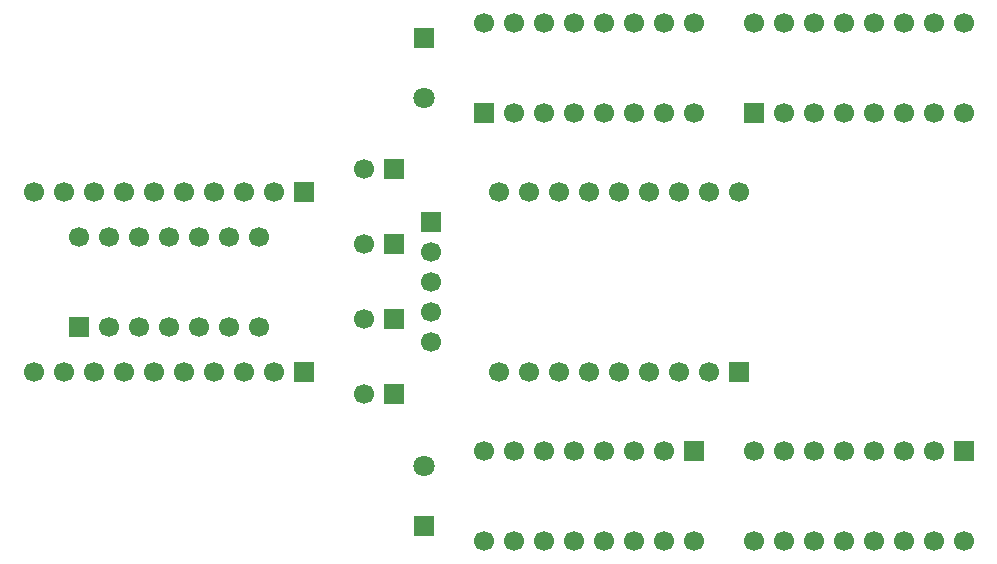
<source format=gbr>
G04 DipTrace 3.3.1.3*
G04 BottomMask.gbr*
%MOIN*%
G04 #@! TF.FileFunction,Soldermask,Bot*
G04 #@! TF.Part,Single*
%ADD30C,0.066935*%
%ADD32R,0.066935X0.066935*%
%ADD34C,0.066935*%
%ADD36R,0.070872X0.070872*%
%ADD38C,0.070872*%
%FSLAX26Y26*%
G04*
G70*
G90*
G75*
G01*
G04 BotMask*
%LPD*%
D38*
X1818700Y2068700D3*
D36*
Y2268700D3*
D38*
Y843700D3*
D36*
Y643700D3*
D34*
X1618700Y1831200D3*
D32*
X1718700D3*
D34*
X1618700Y1581200D3*
D32*
X1718700D3*
D34*
X1618700Y1331200D3*
D32*
X1718700D3*
D34*
X1618700Y1081200D3*
D32*
X1718700D3*
X2868700Y1156200D3*
D34*
X2768700D3*
X2668700D3*
X2568700D3*
X2468700D3*
Y1756200D3*
X2368700Y1156200D3*
X2268700D3*
X2168700D3*
X2068700D3*
Y1756200D3*
X2168700D3*
X2268700D3*
X2368700D3*
X2568700D3*
X2668700D3*
X2768700D3*
X2868700D3*
D32*
X1418700D3*
D34*
X1318700D3*
X1218700D3*
X1118700D3*
X1018700D3*
X918700D3*
X818700D3*
X718700D3*
X618700D3*
X518700D3*
D32*
X1418700Y1156200D3*
D34*
X1318700D3*
X1218700D3*
X1118700D3*
X1018700D3*
X918700D3*
X818700D3*
X718700D3*
X618700D3*
X518700D3*
D32*
X2918700Y2018700D3*
D34*
X3018700D3*
X3118700D3*
X3218700D3*
X3318700D3*
X3418700D3*
X3518700D3*
X3618700D3*
Y2318700D3*
X3518700D3*
X3418700D3*
X3318700D3*
X3218700D3*
X3118700D3*
X3018700D3*
X2918700D3*
D32*
X3618700Y893700D3*
D34*
X3518700D3*
X3418700D3*
X3318700D3*
X3218700D3*
X3118700D3*
X3018700D3*
X2918700D3*
Y593700D3*
X3018700D3*
X3118700D3*
X3218700D3*
X3318700D3*
X3418700D3*
X3518700D3*
X3618700D3*
D32*
X1843700Y1656200D3*
D30*
Y1556200D3*
Y1456200D3*
Y1356200D3*
Y1256200D3*
D32*
X2018700Y2018700D3*
D34*
X2118700D3*
X2218700D3*
X2318700D3*
X2418700D3*
X2518700D3*
X2618700D3*
X2718700D3*
Y2318700D3*
X2618700D3*
X2518700D3*
X2418700D3*
X2318700D3*
X2218700D3*
X2118700D3*
X2018700D3*
D32*
X2718700Y893700D3*
D34*
X2618700D3*
X2518700D3*
X2418700D3*
X2318700D3*
X2218700D3*
X2118700D3*
X2018700D3*
Y593700D3*
X2118700D3*
X2218700D3*
X2318700D3*
X2418700D3*
X2518700D3*
X2618700D3*
X2718700D3*
D32*
X668700Y1306200D3*
D34*
X768700D3*
X868700D3*
X968700D3*
X1068700D3*
X1168700D3*
X1268700D3*
Y1606200D3*
X1168700D3*
X1068700D3*
X968700D3*
X868700D3*
X768700D3*
X668700D3*
M02*

</source>
